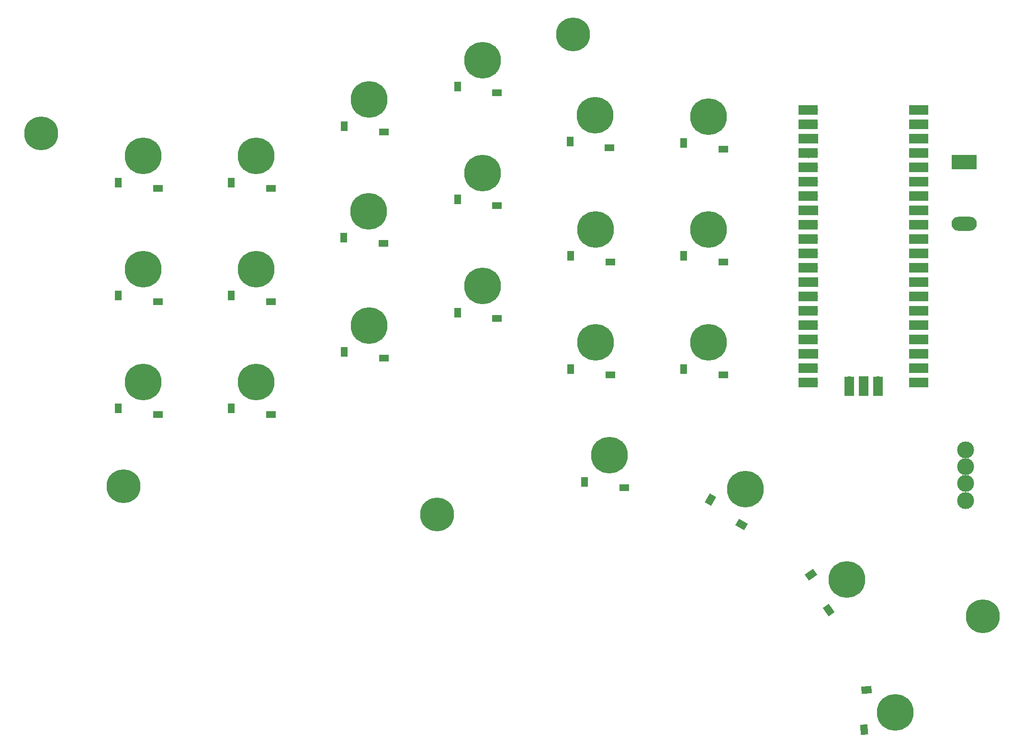
<source format=gbr>
%TF.GenerationSoftware,KiCad,Pcbnew,8.0.1*%
%TF.CreationDate,2024-05-05T07:35:19+02:00*%
%TF.ProjectId,PinkyPi,50696e6b-7950-4692-9e6b-696361645f70,rev?*%
%TF.SameCoordinates,Original*%
%TF.FileFunction,Copper,L1,Top*%
%TF.FilePolarity,Positive*%
%FSLAX46Y46*%
G04 Gerber Fmt 4.6, Leading zero omitted, Abs format (unit mm)*
G04 Created by KiCad (PCBNEW 8.0.1) date 2024-05-05 07:35:19*
%MOMM*%
%LPD*%
G01*
G04 APERTURE LIST*
G04 Aperture macros list*
%AMRotRect*
0 Rectangle, with rotation*
0 The origin of the aperture is its center*
0 $1 length*
0 $2 width*
0 $3 Rotation angle, in degrees counterclockwise*
0 Add horizontal line*
21,1,$1,$2,0,0,$3*%
G04 Aperture macros list end*
%TA.AperFunction,ComponentPad*%
%ADD10C,6.500000*%
%TD*%
%TA.AperFunction,ComponentPad*%
%ADD11R,1.800000X1.300000*%
%TD*%
%TA.AperFunction,ComponentPad*%
%ADD12R,1.300000X1.800000*%
%TD*%
%TA.AperFunction,ComponentPad*%
%ADD13O,1.700000X1.700000*%
%TD*%
%TA.AperFunction,SMDPad,CuDef*%
%ADD14R,3.500000X1.700000*%
%TD*%
%TA.AperFunction,ComponentPad*%
%ADD15R,1.700000X1.700000*%
%TD*%
%TA.AperFunction,SMDPad,CuDef*%
%ADD16R,1.700000X3.500000*%
%TD*%
%TA.AperFunction,ComponentPad*%
%ADD17RotRect,1.800000X1.300000X330.000000*%
%TD*%
%TA.AperFunction,ComponentPad*%
%ADD18RotRect,1.800000X1.300000X60.000000*%
%TD*%
%TA.AperFunction,ComponentPad*%
%ADD19RotRect,1.800000X1.300000X275.000000*%
%TD*%
%TA.AperFunction,ComponentPad*%
%ADD20RotRect,1.800000X1.300000X5.000000*%
%TD*%
%TA.AperFunction,ComponentPad*%
%ADD21C,3.000000*%
%TD*%
%TA.AperFunction,ComponentPad*%
%ADD22RotRect,1.800000X1.300000X305.000000*%
%TD*%
%TA.AperFunction,ComponentPad*%
%ADD23RotRect,1.800000X1.300000X35.000000*%
%TD*%
%TA.AperFunction,ComponentPad*%
%ADD24R,4.500000X2.500000*%
%TD*%
%TA.AperFunction,ComponentPad*%
%ADD25O,4.500000X2.500000*%
%TD*%
%TA.AperFunction,ViaPad*%
%ADD26C,6.000000*%
%TD*%
%TA.AperFunction,Conductor*%
%ADD27C,0.200000*%
%TD*%
G04 APERTURE END LIST*
D10*
%TO.P,U7,*%
%TO.N,*%
X148400000Y-41750000D03*
D11*
%TO.P,U7,1,IN*%
%TO.N,GND*%
X151000000Y-47500000D03*
D12*
%TO.P,U7,2,OUT*%
%TO.N,/L2*%
X144000000Y-46450000D03*
%TD*%
D10*
%TO.P,U2,*%
%TO.N,*%
X128500000Y-52000000D03*
D11*
%TO.P,U2,1,IN*%
%TO.N,GND*%
X131100000Y-57750000D03*
D12*
%TO.P,U2,2,OUT*%
%TO.N,/L4*%
X124100000Y-56700000D03*
%TD*%
D10*
%TO.P,U18,*%
%TO.N,*%
X68500000Y-69000000D03*
D11*
%TO.P,U18,1,IN*%
%TO.N,GND*%
X71100000Y-74750000D03*
D12*
%TO.P,U18,2,OUT*%
%TO.N,/L7*%
X64100000Y-73700000D03*
%TD*%
D13*
%TO.P,U5,1,GPIO0*%
%TO.N,unconnected-(U5-GPIO0-Pad1)*%
X187000000Y-40840000D03*
D14*
X186100000Y-40840000D03*
D13*
%TO.P,U5,2,GPIO1*%
%TO.N,unconnected-(U5-GPIO1-Pad2)*%
X187000000Y-43380000D03*
D14*
X186100000Y-43380000D03*
D15*
%TO.P,U5,3,GND*%
%TO.N,GND*%
X187000000Y-45920000D03*
D14*
X186100000Y-45920000D03*
D13*
%TO.P,U5,4,GPIO2*%
%TO.N,/L1*%
X187000000Y-48460000D03*
D14*
X186100000Y-48460000D03*
D13*
%TO.P,U5,5,GPIO3*%
%TO.N,/L2*%
X187000000Y-51000000D03*
D14*
X186100000Y-51000000D03*
D13*
%TO.P,U5,6,GPIO4*%
%TO.N,Net-(U23-TX)*%
X187000000Y-53540000D03*
D14*
X186100000Y-53540000D03*
D13*
%TO.P,U5,7,GPIO5*%
%TO.N,Net-(U23-RX)*%
X187000000Y-56080000D03*
D14*
X186100000Y-56080000D03*
D15*
%TO.P,U5,8,GND*%
%TO.N,GND*%
X187000000Y-58620000D03*
D14*
X186100000Y-58620000D03*
D13*
%TO.P,U5,9,GPIO6*%
%TO.N,/L3*%
X187000000Y-61160000D03*
D14*
X186100000Y-61160000D03*
D13*
%TO.P,U5,10,GPIO7*%
%TO.N,/L4*%
X187000000Y-63700000D03*
D14*
X186100000Y-63700000D03*
D13*
%TO.P,U5,11,GPIO8*%
%TO.N,/L5*%
X187000000Y-66240000D03*
D14*
X186100000Y-66240000D03*
D13*
%TO.P,U5,12,GPIO9*%
%TO.N,/L6*%
X187000000Y-68780000D03*
D14*
X186100000Y-68780000D03*
D15*
%TO.P,U5,13,GND*%
%TO.N,GND*%
X187000000Y-71320000D03*
D14*
X186100000Y-71320000D03*
D13*
%TO.P,U5,14,GPIO10*%
%TO.N,/L8*%
X187000000Y-73860000D03*
D14*
X186100000Y-73860000D03*
D13*
%TO.P,U5,15,GPIO11*%
%TO.N,/L9*%
X187000000Y-76400000D03*
D14*
X186100000Y-76400000D03*
D13*
%TO.P,U5,16,GPIO12*%
%TO.N,/L10*%
X187000000Y-78940000D03*
D14*
X186100000Y-78940000D03*
D13*
%TO.P,U5,17,GPIO13*%
%TO.N,/L11*%
X187000000Y-81480000D03*
D14*
X186100000Y-81480000D03*
D15*
%TO.P,U5,18,GND*%
%TO.N,GND*%
X187000000Y-84020000D03*
D14*
X186100000Y-84020000D03*
D13*
%TO.P,U5,19,GPIO14*%
%TO.N,/L13*%
X187000000Y-86560000D03*
D14*
X186100000Y-86560000D03*
D13*
%TO.P,U5,20,GPIO15*%
%TO.N,/L14*%
X187000000Y-89100000D03*
D14*
X186100000Y-89100000D03*
D13*
%TO.P,U5,21,GPIO16*%
%TO.N,/L15*%
X204780000Y-89100000D03*
D14*
X205680000Y-89100000D03*
D13*
%TO.P,U5,22,GPIO17*%
%TO.N,/L22*%
X204780000Y-86560000D03*
D14*
X205680000Y-86560000D03*
D15*
%TO.P,U5,23,GND*%
%TO.N,GND*%
X204780000Y-84020000D03*
D14*
X205680000Y-84020000D03*
D13*
%TO.P,U5,24,GPIO18*%
%TO.N,/L16*%
X204780000Y-81480000D03*
D14*
X205680000Y-81480000D03*
D13*
%TO.P,U5,25,GPIO19*%
%TO.N,/L17*%
X204780000Y-78940000D03*
D14*
X205680000Y-78940000D03*
D13*
%TO.P,U5,26,GPIO20*%
%TO.N,/L18*%
X204780000Y-76400000D03*
D14*
X205680000Y-76400000D03*
D13*
%TO.P,U5,27,GPIO21*%
%TO.N,/L19*%
X204780000Y-73860000D03*
D14*
X205680000Y-73860000D03*
D15*
%TO.P,U5,28,GND*%
%TO.N,GND*%
X204780000Y-71320000D03*
D14*
X205680000Y-71320000D03*
D13*
%TO.P,U5,29,GPIO22*%
%TO.N,/L20*%
X204780000Y-68780000D03*
D14*
X205680000Y-68780000D03*
D13*
%TO.P,U5,30,RUN*%
%TO.N,unconnected-(U5-RUN-Pad30)*%
X204780000Y-66240000D03*
D14*
X205680000Y-66240000D03*
D13*
%TO.P,U5,31,GPIO26_ADC0*%
%TO.N,/L21*%
X204780000Y-63700000D03*
D14*
X205680000Y-63700000D03*
D13*
%TO.P,U5,32,GPIO27_ADC1*%
%TO.N,/L7*%
X204780000Y-61160000D03*
D14*
X205680000Y-61160000D03*
D15*
%TO.P,U5,33,AGND*%
%TO.N,unconnected-(U5-AGND-Pad33)*%
X204780000Y-58620000D03*
D14*
X205680000Y-58620000D03*
D13*
%TO.P,U5,34,GPIO28_ADC2*%
%TO.N,/L12*%
X204780000Y-56080000D03*
D14*
X205680000Y-56080000D03*
D13*
%TO.P,U5,35,ADC_VREF*%
%TO.N,unconnected-(U5-ADC_VREF-Pad35)*%
X204780000Y-53540000D03*
D14*
X205680000Y-53540000D03*
D13*
%TO.P,U5,36,3V3*%
%TO.N,unconnected-(U5-3V3-Pad36)*%
X204780000Y-51000000D03*
D14*
X205680000Y-51000000D03*
D13*
%TO.P,U5,37,3V3_EN*%
%TO.N,unconnected-(U5-3V3_EN-Pad37)*%
X204780000Y-48460000D03*
D14*
X205680000Y-48460000D03*
D15*
%TO.P,U5,38,GND*%
%TO.N,GND*%
X204780000Y-45920000D03*
D14*
X205680000Y-45920000D03*
D13*
%TO.P,U5,39,VSYS*%
%TO.N,Net-(D1-K)*%
X204780000Y-43380000D03*
D14*
X205680000Y-43380000D03*
D13*
%TO.P,U5,40,VBUS*%
%TO.N,unconnected-(U5-VBUS-Pad40)*%
X204780000Y-40840000D03*
D14*
X205680000Y-40840000D03*
D13*
%TO.P,U5,41,SWCLK*%
%TO.N,unconnected-(U5-SWCLK-Pad41)*%
X193350000Y-88870000D03*
D16*
X193350000Y-89770000D03*
D15*
%TO.P,U5,42,GND*%
%TO.N,unconnected-(U5-GND-Pad42)*%
X195890000Y-88870000D03*
D16*
X195890000Y-89770000D03*
D13*
%TO.P,U5,43,SWDIO*%
%TO.N,unconnected-(U5-SWDIO-Pad43)*%
X198430000Y-88870000D03*
D16*
X198430000Y-89770000D03*
%TD*%
D10*
%TO.P,U1,*%
%TO.N,*%
X168500000Y-42000000D03*
D11*
%TO.P,U1,1,IN*%
%TO.N,GND*%
X171100000Y-47750000D03*
D12*
%TO.P,U1,2,OUT*%
%TO.N,/L1*%
X164100000Y-46700000D03*
%TD*%
D10*
%TO.P,U21,*%
%TO.N,*%
X68500000Y-49000000D03*
D11*
%TO.P,U21,1,IN*%
%TO.N,GND*%
X71100000Y-54750000D03*
D12*
%TO.P,U21,2,OUT*%
%TO.N,/L21*%
X64100000Y-53700000D03*
%TD*%
D10*
%TO.P,U12,*%
%TO.N,*%
X128500000Y-32000000D03*
D11*
%TO.P,U12,1,IN*%
%TO.N,GND*%
X131100000Y-37750000D03*
D12*
%TO.P,U12,2,OUT*%
%TO.N,/L3*%
X124100000Y-36700000D03*
%TD*%
D10*
%TO.P,U16,*%
%TO.N,*%
X151000000Y-102000000D03*
D11*
%TO.P,U16,1,IN*%
%TO.N,GND*%
X153600000Y-107750000D03*
D12*
%TO.P,U16,2,OUT*%
%TO.N,/L16*%
X146600000Y-106700000D03*
%TD*%
D10*
%TO.P,U11,*%
%TO.N,*%
X88500000Y-89000000D03*
D11*
%TO.P,U11,1,IN*%
%TO.N,GND*%
X91100000Y-94750000D03*
D12*
%TO.P,U11,2,OUT*%
%TO.N,/L14*%
X84100000Y-93700000D03*
%TD*%
D10*
%TO.P,U3,*%
%TO.N,*%
X88500000Y-69000000D03*
D11*
%TO.P,U3,1,IN*%
%TO.N,GND*%
X91100000Y-74750000D03*
D12*
%TO.P,U3,2,OUT*%
%TO.N,/L19*%
X84100000Y-73700000D03*
%TD*%
D10*
%TO.P,U22,*%
%TO.N,*%
X88500000Y-49000000D03*
D11*
%TO.P,U22,1,IN*%
%TO.N,GND*%
X91100000Y-54750000D03*
D12*
%TO.P,U22,2,OUT*%
%TO.N,/L20*%
X84100000Y-53700000D03*
%TD*%
D10*
%TO.P,U13,*%
%TO.N,*%
X148500000Y-62000000D03*
D11*
%TO.P,U13,1,IN*%
%TO.N,GND*%
X151100000Y-67750000D03*
D12*
%TO.P,U13,2,OUT*%
%TO.N,/L6*%
X144100000Y-66700000D03*
%TD*%
D10*
%TO.P,U9,*%
%TO.N,*%
X108400000Y-58750000D03*
D11*
%TO.P,U9,1,IN*%
%TO.N,GND*%
X111000000Y-64500000D03*
D12*
%TO.P,U9,2,OUT*%
%TO.N,/L8*%
X104000000Y-63450000D03*
%TD*%
D10*
%TO.P,U24,*%
%TO.N,*%
X175000000Y-108000000D03*
D17*
%TO.P,U24,1,IN*%
%TO.N,GND*%
X174376666Y-114279646D03*
D18*
%TO.P,U24,2,OUT*%
%TO.N,/L22*%
X168839488Y-109870319D03*
%TD*%
D10*
%TO.P,U19,*%
%TO.N,*%
X201500000Y-147500000D03*
D19*
%TO.P,U19,1,IN*%
%TO.N,GND*%
X195998485Y-150591252D03*
D20*
%TO.P,U19,2,OUT*%
%TO.N,/L17*%
X196434400Y-143526375D03*
%TD*%
D21*
%TO.P,U23,2,GND*%
%TO.N,GND*%
X214000000Y-110000000D03*
X214000000Y-107000000D03*
X214000000Y-104000000D03*
X214000000Y-101000000D03*
%TD*%
D10*
%TO.P,U8,*%
%TO.N,*%
X168500000Y-62000000D03*
D11*
%TO.P,U8,1,IN*%
%TO.N,GND*%
X171100000Y-67750000D03*
D12*
%TO.P,U8,2,OUT*%
%TO.N,/L5*%
X164100000Y-66700000D03*
%TD*%
D10*
%TO.P,U20,*%
%TO.N,*%
X68500000Y-89000000D03*
D11*
%TO.P,U20,1,IN*%
%TO.N,GND*%
X71100000Y-94750000D03*
D12*
%TO.P,U20,2,OUT*%
%TO.N,/L12*%
X64100000Y-93700000D03*
%TD*%
D10*
%TO.P,U10,*%
%TO.N,*%
X128500000Y-72000000D03*
D11*
%TO.P,U10,1,IN*%
%TO.N,GND*%
X131100000Y-77750000D03*
D12*
%TO.P,U10,2,OUT*%
%TO.N,/L11*%
X124100000Y-76700000D03*
%TD*%
D10*
%TO.P,U15,*%
%TO.N,*%
X108500000Y-39000000D03*
D11*
%TO.P,U15,1,IN*%
%TO.N,GND*%
X111100000Y-44750000D03*
D12*
%TO.P,U15,2,OUT*%
%TO.N,/L18*%
X104100000Y-43700000D03*
%TD*%
D10*
%TO.P,U17,*%
%TO.N,*%
X193000000Y-124000000D03*
D22*
%TO.P,U17,1,IN*%
%TO.N,GND*%
X189781174Y-129427860D03*
D23*
%TO.P,U17,2,OUT*%
%TO.N,/L15*%
X186626249Y-123091540D03*
%TD*%
D10*
%TO.P,U6,*%
%TO.N,*%
X108500000Y-79000000D03*
D11*
%TO.P,U6,1,IN*%
%TO.N,GND*%
X111100000Y-84750000D03*
D12*
%TO.P,U6,2,OUT*%
%TO.N,/L13*%
X104100000Y-83700000D03*
%TD*%
D10*
%TO.P,U4,*%
%TO.N,*%
X148500000Y-82000000D03*
D11*
%TO.P,U4,1,IN*%
%TO.N,GND*%
X151100000Y-87750000D03*
D12*
%TO.P,U4,2,OUT*%
%TO.N,/L10*%
X144100000Y-86700000D03*
%TD*%
D24*
%TO.P,D1,1,K*%
%TO.N,Net-(D1-K)*%
X213680000Y-50050000D03*
D25*
%TO.P,D1,2,A*%
%TO.N,Net-(D1-A)*%
X213680000Y-60950000D03*
%TD*%
D10*
%TO.P,U14,*%
%TO.N,*%
X168500000Y-82000000D03*
D11*
%TO.P,U14,1,IN*%
%TO.N,GND*%
X171100000Y-87750000D03*
D12*
%TO.P,U14,2,OUT*%
%TO.N,/L9*%
X164100000Y-86700000D03*
%TD*%
D26*
%TO.N,*%
X65000000Y-107500000D03*
X144500000Y-27500000D03*
X50500000Y-45000000D03*
X217000000Y-130500000D03*
X120500000Y-112500000D03*
%TD*%
D27*
%TO.N,/L1*%
X186150000Y-49310000D02*
X187000000Y-48460000D01*
%TD*%
M02*

</source>
